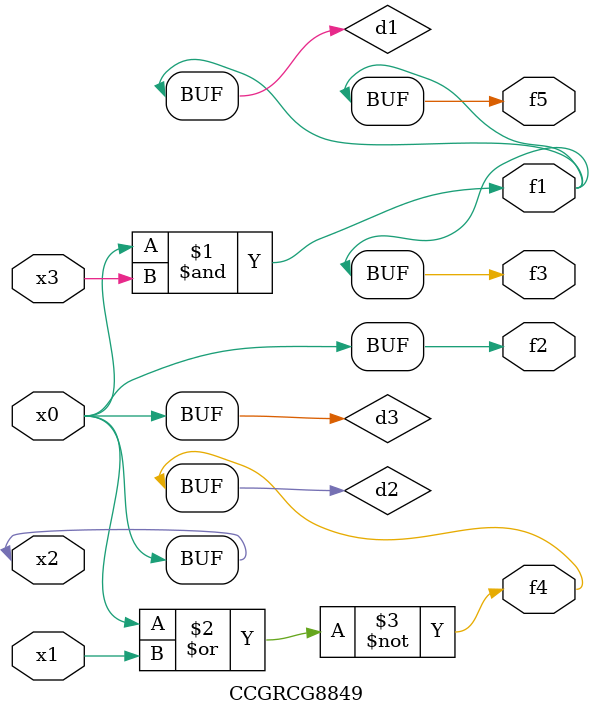
<source format=v>
module CCGRCG8849(
	input x0, x1, x2, x3,
	output f1, f2, f3, f4, f5
);

	wire d1, d2, d3;

	and (d1, x2, x3);
	nor (d2, x0, x1);
	buf (d3, x0, x2);
	assign f1 = d1;
	assign f2 = d3;
	assign f3 = d1;
	assign f4 = d2;
	assign f5 = d1;
endmodule

</source>
